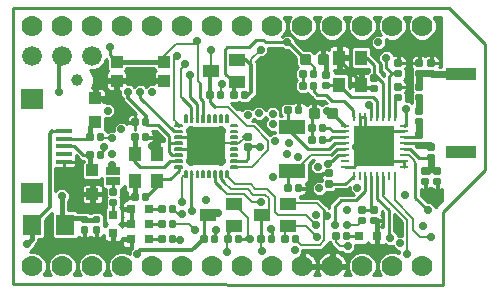
<source format=gtl>
G75*
G70*
%OFA0B0*%
%FSLAX24Y24*%
%IPPOS*%
%LPD*%
%AMOC8*
5,1,8,0,0,1.08239X$1,22.5*
%
%ADD10C,0.0100*%
%ADD11C,0.0125*%
%ADD12C,0.0394*%
%ADD13R,0.0394X0.0394*%
%ADD14R,0.0315X0.0112*%
%ADD15R,0.0112X0.0315*%
%ADD16R,0.1378X0.1378*%
%ADD17C,0.0088*%
%ADD18R,0.0866X0.0512*%
%ADD19R,0.1000X0.0400*%
%ADD20R,0.0413X0.0512*%
%ADD21R,0.0630X0.0710*%
%ADD22C,0.0059*%
%ADD23R,0.0551X0.0394*%
%ADD24R,0.0315X0.0315*%
%ADD25R,0.0500X0.0250*%
%ADD26C,0.0700*%
%ADD27C,0.0660*%
%ADD28R,0.0551X0.0138*%
%ADD29R,0.0748X0.0709*%
%ADD30OC8,0.0240*%
%ADD31C,0.0080*%
%ADD32OC8,0.0270*%
%ADD33C,0.0160*%
%ADD34OC8,0.0320*%
%ADD35C,0.0120*%
%ADD36C,0.0240*%
D10*
X001820Y001850D02*
X016150Y001840D01*
X016150Y004250D01*
X017550Y005650D01*
X017550Y009850D01*
X017530Y009870D02*
X016350Y011050D01*
X001820Y011060D01*
X001820Y001850D01*
X002828Y002149D02*
X002857Y002178D01*
X002930Y002355D01*
X002930Y002545D01*
X002857Y002722D01*
X002722Y002857D01*
X002545Y002930D01*
X002385Y002930D01*
X002535Y003080D01*
X002535Y003158D01*
X002640Y003263D01*
X002640Y003345D01*
X002799Y003345D01*
X002875Y003421D01*
X002875Y004006D01*
X003105Y004236D01*
X003105Y003421D01*
X003181Y003345D01*
X003919Y003345D01*
X003995Y003421D01*
X003995Y003425D01*
X003997Y003422D01*
X004045Y003394D01*
X004100Y003380D01*
X004177Y003380D01*
X004177Y003642D01*
X004203Y003642D01*
X004203Y003380D01*
X004280Y003380D01*
X004335Y003394D01*
X004383Y003422D01*
X004390Y003429D01*
X004397Y003422D01*
X004445Y003394D01*
X004500Y003380D01*
X004577Y003380D01*
X004577Y003642D01*
X004603Y003642D01*
X004603Y003380D01*
X004680Y003380D01*
X004735Y003394D01*
X004783Y003422D01*
X004823Y003462D01*
X004843Y003497D01*
X004843Y003377D01*
X004853Y003339D01*
X004872Y003305D01*
X004900Y003277D01*
X004935Y003257D01*
X004973Y003247D01*
X005121Y003247D01*
X005121Y003526D01*
X005179Y003526D01*
X005179Y003247D01*
X005327Y003247D01*
X005365Y003257D01*
X005400Y003277D01*
X005428Y003305D01*
X005447Y003339D01*
X005457Y003377D01*
X005457Y003379D01*
X005726Y003379D01*
X005726Y003321D01*
X005783Y003321D01*
X005783Y003043D01*
X005789Y003043D01*
X005700Y002954D01*
X005700Y002866D01*
X005545Y002930D01*
X005355Y002930D01*
X005178Y002857D01*
X005043Y002722D01*
X004970Y002545D01*
X004970Y002355D01*
X005043Y002178D01*
X005073Y002148D01*
X004827Y002148D01*
X004857Y002178D01*
X004930Y002355D01*
X004930Y002545D01*
X004857Y002722D01*
X004722Y002857D01*
X004545Y002930D01*
X004355Y002930D01*
X004178Y002857D01*
X004043Y002722D01*
X003970Y002545D01*
X003970Y002355D01*
X004043Y002178D01*
X004073Y002148D01*
X003827Y002149D01*
X003857Y002178D01*
X003930Y002355D01*
X003930Y002545D01*
X003857Y002722D01*
X003722Y002857D01*
X003545Y002930D01*
X003355Y002930D01*
X003178Y002857D01*
X003043Y002722D01*
X002970Y002545D01*
X002970Y002355D01*
X003043Y002178D01*
X003072Y002149D01*
X002828Y002149D01*
X002871Y002211D02*
X003029Y002211D01*
X002989Y002310D02*
X002911Y002310D01*
X002930Y002408D02*
X002970Y002408D01*
X002970Y002507D02*
X002930Y002507D01*
X002905Y002605D02*
X002995Y002605D01*
X003035Y002704D02*
X002865Y002704D01*
X002777Y002802D02*
X003123Y002802D01*
X003283Y002901D02*
X002617Y002901D01*
X002454Y002999D02*
X005745Y002999D01*
X005726Y003043D02*
X005726Y003321D01*
X005447Y003321D01*
X005447Y003173D01*
X005457Y003135D01*
X005477Y003100D01*
X005505Y003072D01*
X005539Y003053D01*
X005577Y003043D01*
X005726Y003043D01*
X005726Y003098D02*
X005783Y003098D01*
X005783Y003196D02*
X005726Y003196D01*
X005726Y003295D02*
X005783Y003295D01*
X005447Y003295D02*
X005417Y003295D01*
X005447Y003196D02*
X002573Y003196D01*
X002535Y003098D02*
X005480Y003098D01*
X005617Y002901D02*
X005700Y002901D01*
X005283Y002901D02*
X004617Y002901D01*
X004777Y002802D02*
X005123Y002802D01*
X005035Y002704D02*
X004865Y002704D01*
X004905Y002605D02*
X004995Y002605D01*
X004970Y002507D02*
X004930Y002507D01*
X004930Y002408D02*
X004970Y002408D01*
X004989Y002310D02*
X004911Y002310D01*
X004871Y002211D02*
X005029Y002211D01*
X004029Y002211D02*
X003871Y002211D01*
X003911Y002310D02*
X003989Y002310D01*
X003970Y002408D02*
X003930Y002408D01*
X003930Y002507D02*
X003970Y002507D01*
X003995Y002605D02*
X003905Y002605D01*
X003865Y002704D02*
X004035Y002704D01*
X004123Y002802D02*
X003777Y002802D01*
X003617Y002901D02*
X004283Y002901D01*
X004883Y003295D02*
X002640Y003295D01*
X002847Y003393D02*
X003133Y003393D01*
X003105Y003492D02*
X002875Y003492D01*
X002875Y003590D02*
X003105Y003590D01*
X003105Y003689D02*
X002875Y003689D01*
X002875Y003787D02*
X003105Y003787D01*
X003105Y003886D02*
X002875Y003886D01*
X002875Y003984D02*
X003105Y003984D01*
X003105Y004083D02*
X002951Y004083D01*
X003050Y004181D02*
X003105Y004181D01*
X003640Y004315D02*
X003640Y004625D01*
X003695Y004680D01*
X003695Y004900D01*
X003540Y005055D01*
X003320Y005055D01*
X003220Y004955D01*
X003220Y005719D01*
X003493Y005719D01*
X003493Y005938D01*
X003493Y005938D01*
X003493Y005719D01*
X003789Y005719D01*
X003827Y005730D01*
X003861Y005749D01*
X003889Y005777D01*
X003909Y005811D01*
X003919Y005850D01*
X003919Y005938D01*
X003493Y005938D01*
X003493Y005938D01*
X003919Y005938D01*
X003919Y006027D01*
X003909Y006065D01*
X003899Y006082D01*
X003899Y006147D01*
X003970Y006075D01*
X004075Y005970D01*
X004158Y005970D01*
X004165Y005963D01*
X004165Y005936D01*
X004123Y005894D01*
X004123Y005393D01*
X004199Y005317D01*
X004701Y005317D01*
X004770Y005386D01*
X004770Y005140D01*
X004767Y005145D01*
X004739Y005173D01*
X004705Y005193D01*
X004667Y005203D01*
X004498Y005203D01*
X004498Y004905D01*
X004402Y004905D01*
X004402Y005203D01*
X004233Y005203D01*
X004195Y005193D01*
X004161Y005173D01*
X004133Y005145D01*
X004113Y005111D01*
X004103Y005073D01*
X004103Y004905D01*
X004402Y004905D01*
X004402Y004808D01*
X004498Y004808D01*
X004498Y004509D01*
X004667Y004509D01*
X004705Y004520D01*
X004739Y004539D01*
X004767Y004567D01*
X004787Y004602D01*
X004797Y004640D01*
X004797Y004808D01*
X004498Y004808D01*
X004498Y004905D01*
X004797Y004905D01*
X004797Y005073D01*
X004794Y005085D01*
X004846Y005033D01*
X004895Y005033D01*
X004895Y004783D01*
X004928Y004750D01*
X004895Y004717D01*
X004895Y004433D01*
X004917Y004411D01*
X004863Y004357D01*
X004863Y003934D01*
X004939Y003858D01*
X004956Y003858D01*
X004935Y003852D01*
X004900Y003832D01*
X004872Y003804D01*
X004857Y003777D01*
X004851Y003800D01*
X004825Y003843D01*
X004845Y003863D01*
X004845Y004147D01*
X004732Y004260D01*
X004448Y004260D01*
X004403Y004215D01*
X004377Y004215D01*
X004332Y004260D01*
X003974Y004260D01*
X003919Y004315D01*
X003640Y004315D01*
X003640Y004378D02*
X004884Y004378D01*
X004895Y004477D02*
X003640Y004477D01*
X003640Y004575D02*
X004129Y004575D01*
X004133Y004567D02*
X004161Y004539D01*
X004195Y004520D01*
X004233Y004509D01*
X004402Y004509D01*
X004402Y004808D01*
X004103Y004808D01*
X004103Y004640D01*
X004113Y004602D01*
X004133Y004567D01*
X004103Y004674D02*
X003688Y004674D01*
X003695Y004772D02*
X004103Y004772D01*
X004103Y004969D02*
X003626Y004969D01*
X003695Y004871D02*
X004402Y004871D01*
X004498Y004871D02*
X004895Y004871D01*
X004895Y004969D02*
X004797Y004969D01*
X004797Y005068D02*
X004811Y005068D01*
X004770Y005166D02*
X004746Y005166D01*
X004770Y005265D02*
X003220Y005265D01*
X003220Y005363D02*
X004153Y005363D01*
X004123Y005462D02*
X003220Y005462D01*
X003220Y005560D02*
X004123Y005560D01*
X004123Y005659D02*
X003220Y005659D01*
X003493Y005757D02*
X003493Y005757D01*
X003493Y005856D02*
X003493Y005856D01*
X003869Y005757D02*
X004123Y005757D01*
X004123Y005856D02*
X003919Y005856D01*
X003919Y005954D02*
X004165Y005954D01*
X004150Y006150D02*
X004375Y006150D01*
X004150Y006150D02*
X003850Y006450D01*
X003493Y006450D01*
X003493Y006706D02*
X004331Y006706D01*
X004375Y006750D01*
X004872Y007000D02*
X004964Y006908D01*
X005016Y006960D01*
X005160Y006960D01*
X005160Y007114D01*
X005306Y007260D01*
X005514Y007260D01*
X005600Y007174D01*
X005600Y007237D01*
X005862Y007237D01*
X005862Y007263D01*
X005862Y007525D01*
X005785Y007525D01*
X005730Y007511D01*
X005682Y007483D01*
X005642Y007443D01*
X005614Y007395D01*
X005600Y007340D01*
X005600Y007263D01*
X005862Y007263D01*
X005888Y007263D01*
X005888Y007525D01*
X005906Y007525D01*
X005571Y007860D01*
X005460Y007971D01*
X005460Y008065D01*
X005385Y008140D01*
X005385Y008288D01*
X005311Y008288D01*
X005311Y008587D01*
X005311Y008683D01*
X005609Y008683D01*
X005609Y008852D01*
X005599Y008890D01*
X005579Y008924D01*
X005552Y008952D01*
X005536Y008961D01*
X005589Y009014D01*
X005589Y009055D01*
X006511Y009055D01*
X006511Y009014D01*
X006564Y008961D01*
X006548Y008952D01*
X006521Y008924D01*
X006501Y008890D01*
X006491Y008852D01*
X006491Y008683D01*
X006789Y008683D01*
X006789Y008587D01*
X006491Y008587D01*
X006491Y008515D01*
X005609Y008515D01*
X005609Y008587D01*
X005311Y008587D01*
X005214Y008587D01*
X004916Y008587D01*
X004916Y008418D01*
X004926Y008380D01*
X004946Y008346D01*
X004974Y008318D01*
X004875Y008318D01*
X004867Y008333D02*
X004839Y008361D01*
X004805Y008380D01*
X004767Y008391D01*
X004598Y008391D01*
X004598Y008092D01*
X004502Y008092D01*
X004502Y008391D01*
X004436Y008391D01*
X004452Y008412D01*
X004453Y008413D01*
X004454Y008415D01*
X004455Y008417D01*
X004454Y008418D01*
X004466Y008462D01*
X004485Y008503D01*
X004487Y008504D01*
X004487Y008506D01*
X004488Y008508D01*
X004487Y008510D01*
X004491Y008555D01*
X004503Y008598D01*
X004504Y008600D01*
X004504Y008602D01*
X004504Y008604D01*
X004503Y008605D01*
X004499Y008650D01*
X004503Y008695D01*
X004504Y008696D01*
X004504Y008698D01*
X004504Y008700D01*
X004503Y008702D01*
X004491Y008745D01*
X004487Y008790D01*
X004488Y008792D01*
X004487Y008794D01*
X004487Y008796D01*
X004485Y008797D01*
X004466Y008838D01*
X004454Y008882D01*
X004455Y008883D01*
X004454Y008885D01*
X004453Y008887D01*
X004452Y008888D01*
X004426Y008925D01*
X004407Y008966D01*
X004407Y008967D01*
X004405Y008969D01*
X004404Y008971D01*
X004403Y008971D01*
X004384Y008990D01*
X004541Y008990D01*
X004711Y009060D01*
X004840Y009189D01*
X004910Y009358D01*
X004910Y009363D01*
X004936Y009337D01*
X004936Y009014D01*
X004989Y008961D01*
X004974Y008952D01*
X004946Y008924D01*
X004926Y008890D01*
X004916Y008852D01*
X004916Y008683D01*
X005214Y008683D01*
X005214Y008587D01*
X005214Y008288D01*
X005046Y008288D01*
X005008Y008298D01*
X004974Y008318D01*
X004887Y008298D02*
X004867Y008333D01*
X004887Y008298D02*
X004897Y008260D01*
X004897Y008092D01*
X004598Y008092D01*
X004598Y007995D01*
X004897Y007995D01*
X004897Y007880D01*
X005064Y007880D01*
X005210Y007734D01*
X005210Y007526D01*
X005064Y007380D01*
X004877Y007380D01*
X004877Y007006D01*
X004872Y007000D01*
X004877Y007038D02*
X005160Y007038D01*
X005182Y007136D02*
X004877Y007136D01*
X004877Y007235D02*
X005281Y007235D01*
X005115Y007432D02*
X005636Y007432D01*
X005600Y007333D02*
X004877Y007333D01*
X005210Y007530D02*
X005901Y007530D01*
X005888Y007432D02*
X005862Y007432D01*
X005862Y007333D02*
X005888Y007333D01*
X005888Y007237D02*
X005888Y007005D01*
X005862Y007005D01*
X005862Y007237D01*
X005888Y007237D01*
X005888Y007235D02*
X005862Y007235D01*
X005862Y007136D02*
X005888Y007136D01*
X005888Y007038D02*
X005862Y007038D01*
X005600Y007235D02*
X005539Y007235D01*
X005803Y007629D02*
X005210Y007629D01*
X005210Y007727D02*
X005704Y007727D01*
X005606Y007826D02*
X005118Y007826D01*
X004897Y007924D02*
X005507Y007924D01*
X005460Y008023D02*
X004598Y008023D01*
X004598Y008121D02*
X004502Y008121D01*
X004502Y008220D02*
X004598Y008220D01*
X004598Y008318D02*
X004502Y008318D01*
X004455Y008417D02*
X004916Y008417D01*
X004916Y008515D02*
X004487Y008515D01*
X004502Y008614D02*
X005214Y008614D01*
X005311Y008614D02*
X006789Y008614D01*
X006491Y008712D02*
X005609Y008712D01*
X005609Y008811D02*
X006491Y008811D01*
X006512Y008909D02*
X005588Y008909D01*
X005583Y009008D02*
X006517Y009008D01*
X006491Y008515D02*
X006340Y008515D01*
X006250Y008425D01*
X006160Y008515D01*
X005940Y008515D01*
X005850Y008425D01*
X005760Y008515D01*
X005609Y008515D01*
X005311Y008515D02*
X005214Y008515D01*
X005214Y008417D02*
X005311Y008417D01*
X005311Y008318D02*
X005214Y008318D01*
X005385Y008220D02*
X004897Y008220D01*
X004897Y008121D02*
X005404Y008121D01*
X006050Y008050D02*
X006050Y008250D01*
X006050Y008050D02*
X007158Y006942D01*
X007325Y006942D01*
X007325Y006745D02*
X007955Y006745D01*
X008250Y006450D01*
X008348Y006548D01*
X008250Y006450D02*
X008152Y006352D01*
X007325Y006352D01*
X007325Y006548D02*
X007252Y006548D01*
X007250Y006550D01*
X007010Y006550D01*
X007010Y006790D01*
X006650Y007150D01*
X006250Y007150D01*
X006250Y007250D01*
X006225Y007250D02*
X006250Y007150D01*
X006431Y006970D02*
X006575Y006970D01*
X006830Y006715D01*
X006830Y006609D01*
X006664Y006609D01*
X006664Y006253D01*
X006564Y006253D01*
X006564Y006609D01*
X006486Y006609D01*
X006500Y006660D01*
X006500Y006737D01*
X006238Y006737D01*
X006238Y006763D01*
X006500Y006763D01*
X006500Y006840D01*
X006486Y006895D01*
X006458Y006943D01*
X006431Y006970D01*
X006460Y006939D02*
X006606Y006939D01*
X006705Y006841D02*
X006500Y006841D01*
X006238Y006742D02*
X006803Y006742D01*
X006830Y006644D02*
X006496Y006644D01*
X006564Y006545D02*
X006664Y006545D01*
X006664Y006447D02*
X006564Y006447D01*
X006564Y006348D02*
X006664Y006348D01*
X007010Y006260D02*
X007115Y006155D01*
X007325Y006155D01*
X007325Y005958D02*
X007317Y005950D01*
X007050Y005950D01*
X006850Y005750D01*
X006050Y005750D01*
X005850Y005950D01*
X005850Y006167D01*
X005886Y006203D01*
X005886Y006404D01*
X005150Y005790D02*
X005100Y005840D01*
X005150Y005790D02*
X005150Y005608D01*
X004770Y005363D02*
X004747Y005363D01*
X004498Y005166D02*
X004402Y005166D01*
X004402Y005068D02*
X004498Y005068D01*
X004498Y004969D02*
X004402Y004969D01*
X004402Y004772D02*
X004498Y004772D01*
X004498Y004674D02*
X004402Y004674D01*
X004402Y004575D02*
X004498Y004575D01*
X004771Y004575D02*
X004895Y004575D01*
X004895Y004674D02*
X004797Y004674D01*
X004797Y004772D02*
X004906Y004772D01*
X005150Y004575D02*
X005150Y004145D01*
X004863Y004181D02*
X004811Y004181D01*
X004845Y004083D02*
X004863Y004083D01*
X004863Y003984D02*
X004845Y003984D01*
X004845Y003886D02*
X004911Y003886D01*
X004863Y003787D02*
X004854Y003787D01*
X004840Y003492D02*
X004843Y003492D01*
X004843Y003393D02*
X004729Y003393D01*
X004603Y003393D02*
X004577Y003393D01*
X004577Y003492D02*
X004603Y003492D01*
X004603Y003590D02*
X004577Y003590D01*
X004451Y003393D02*
X004329Y003393D01*
X004203Y003393D02*
X004177Y003393D01*
X004177Y003492D02*
X004203Y003492D01*
X004203Y003590D02*
X004177Y003590D01*
X004051Y003393D02*
X003967Y003393D01*
X005121Y003393D02*
X005179Y003393D01*
X005179Y003295D02*
X005121Y003295D01*
X005121Y003492D02*
X005179Y003492D01*
X005447Y003770D02*
X005428Y003804D01*
X005400Y003832D01*
X005365Y003852D01*
X005344Y003858D01*
X005361Y003858D01*
X005437Y003934D01*
X005437Y004357D01*
X005383Y004411D01*
X005405Y004433D01*
X005405Y004717D01*
X005372Y004750D01*
X005405Y004783D01*
X005405Y005033D01*
X005454Y005033D01*
X005529Y005108D01*
X005529Y005022D01*
X005539Y004983D01*
X005559Y004949D01*
X005587Y004921D01*
X005619Y004903D01*
X005614Y004895D01*
X005600Y004840D01*
X005600Y004763D01*
X005862Y004763D01*
X005862Y004737D01*
X005600Y004737D01*
X005600Y004660D01*
X005601Y004657D01*
X005577Y004657D01*
X005539Y004647D01*
X005505Y004628D01*
X005477Y004600D01*
X005457Y004565D01*
X005447Y004527D01*
X005447Y004379D01*
X005726Y004379D01*
X005726Y004321D01*
X005783Y004321D01*
X005783Y004043D01*
X005783Y003879D01*
X005726Y003879D01*
X005726Y004321D01*
X005447Y004321D01*
X005447Y004173D01*
X005457Y004135D01*
X005477Y004100D01*
X005457Y004065D01*
X005447Y004027D01*
X005447Y003879D01*
X005726Y003879D01*
X005726Y003821D01*
X005447Y003821D01*
X005447Y003770D01*
X005447Y003787D02*
X005437Y003787D01*
X005447Y003886D02*
X005389Y003886D01*
X005437Y003984D02*
X005447Y003984D01*
X005437Y004083D02*
X005467Y004083D01*
X005477Y004100D02*
X005478Y004100D01*
X005477Y004100D01*
X005447Y004181D02*
X005437Y004181D01*
X005437Y004280D02*
X005447Y004280D01*
X005416Y004378D02*
X005726Y004378D01*
X005726Y004280D02*
X005783Y004280D01*
X005783Y004181D02*
X005726Y004181D01*
X005726Y004083D02*
X005783Y004083D01*
X005783Y003984D02*
X005726Y003984D01*
X005726Y003886D02*
X005783Y003886D01*
X006345Y003850D02*
X006775Y003850D01*
X006775Y003350D02*
X006345Y003350D01*
X007125Y003350D02*
X007390Y003330D01*
X008160Y003360D02*
X008170Y003350D01*
X008175Y003350D01*
X008175Y004008D01*
X007790Y004290D02*
X007750Y004330D01*
X007750Y005525D01*
X007758Y005525D01*
X007325Y005625D02*
X007325Y005761D01*
X007325Y005625D02*
X007050Y005350D01*
X006667Y005350D01*
X006614Y005297D01*
X006614Y005139D01*
X006225Y004750D01*
X006345Y004350D02*
X006775Y004350D01*
X005600Y004674D02*
X005405Y004674D01*
X005394Y004772D02*
X005600Y004772D01*
X005608Y004871D02*
X005405Y004871D01*
X005405Y004969D02*
X005548Y004969D01*
X005529Y005068D02*
X005489Y005068D01*
X005150Y004925D02*
X005150Y005288D01*
X005405Y004575D02*
X005463Y004575D01*
X005447Y004477D02*
X005405Y004477D01*
X004863Y004280D02*
X003954Y004280D01*
X003234Y004969D02*
X003220Y004969D01*
X003220Y005068D02*
X004103Y005068D01*
X004154Y005166D02*
X003220Y005166D01*
X003912Y006053D02*
X003993Y006053D01*
X003481Y006950D02*
X003110Y006950D01*
X003481Y006950D02*
X003493Y006962D01*
X004933Y006939D02*
X004995Y006939D01*
X007010Y006550D02*
X007010Y006260D01*
X007325Y007139D02*
X007250Y007214D01*
X007750Y007383D02*
X007750Y007750D01*
X007450Y008050D01*
X007700Y008100D02*
X007700Y008820D01*
X008050Y008550D02*
X008050Y008050D01*
X008152Y007948D01*
X008152Y007375D01*
X007955Y007375D02*
X007955Y007845D01*
X007700Y008100D01*
X008375Y008150D02*
X008375Y007925D01*
X008550Y007750D01*
X009075Y007895D02*
X009150Y007820D01*
X009290Y007680D01*
X009404Y007680D01*
X009440Y007644D01*
X009526Y007730D01*
X009734Y007730D01*
X009780Y007684D01*
X009896Y007800D01*
X010104Y007800D01*
X010235Y007669D01*
X010356Y007790D01*
X010564Y007790D01*
X010710Y007644D01*
X010710Y007464D01*
X010764Y007464D01*
X010720Y007508D01*
X010720Y007792D01*
X010833Y007905D01*
X011117Y007905D01*
X011137Y007885D01*
X011180Y007911D01*
X011235Y007925D01*
X011312Y007925D01*
X011312Y007663D01*
X011338Y007663D01*
X011338Y007925D01*
X011415Y007925D01*
X011470Y007911D01*
X011518Y007883D01*
X011558Y007843D01*
X011575Y007812D01*
X011600Y007836D01*
X011644Y007862D01*
X011693Y007875D01*
X011812Y007875D01*
X011812Y007588D01*
X011888Y007588D01*
X011888Y007875D01*
X012007Y007875D01*
X012056Y007862D01*
X012100Y007836D01*
X012111Y007825D01*
X012166Y007880D01*
X012265Y007880D01*
X012175Y007970D01*
X011875Y007970D01*
X011770Y008075D01*
X011645Y008200D01*
X011645Y008223D01*
X011617Y008195D01*
X011333Y008195D01*
X011220Y008308D01*
X011220Y008592D01*
X011278Y008650D01*
X011220Y008708D01*
X011220Y008992D01*
X011310Y009082D01*
X011245Y009147D01*
X011245Y009400D01*
X010985Y009660D01*
X010846Y009660D01*
X010776Y009730D01*
X010320Y009730D01*
X010320Y009566D01*
X010174Y009420D01*
X010060Y009420D01*
X009920Y009280D01*
X009920Y009249D01*
X009940Y009229D01*
X009940Y008171D01*
X009829Y008060D01*
X009780Y008011D01*
X009780Y008008D01*
X009667Y007895D01*
X009383Y007895D01*
X009350Y007928D01*
X009317Y007895D01*
X009075Y007895D01*
X009145Y007826D02*
X010753Y007826D01*
X010720Y007727D02*
X010627Y007727D01*
X010710Y007629D02*
X010720Y007629D01*
X010710Y007530D02*
X010720Y007530D01*
X010975Y007650D02*
X010975Y007153D01*
X011120Y007078D01*
X011050Y006950D01*
X011650Y006350D01*
X012350Y006350D01*
X012548Y006548D01*
X012866Y006548D01*
X012866Y006352D02*
X012602Y006352D01*
X012400Y006150D01*
X012350Y005950D02*
X012310Y005870D01*
X012350Y005950D02*
X012450Y005950D01*
X012655Y006155D01*
X012866Y006155D01*
X013153Y006400D02*
X013800Y006400D01*
X013800Y006500D01*
X013153Y006500D01*
X013153Y006400D01*
X013153Y006447D02*
X013800Y006447D01*
X013850Y006450D02*
X013650Y006450D01*
X013250Y006050D01*
X013250Y005850D01*
X013161Y005761D01*
X012866Y005761D01*
X013161Y005466D02*
X012890Y005195D01*
X012350Y005195D01*
X012095Y005300D02*
X011916Y005300D01*
X011770Y005154D01*
X011770Y004946D01*
X011916Y004800D01*
X012124Y004800D01*
X012264Y004940D01*
X012492Y004940D01*
X012567Y005015D01*
X012965Y005015D01*
X013030Y005080D01*
X013030Y004966D01*
X013166Y004830D01*
X012675Y004830D01*
X012455Y004610D01*
X012350Y004505D01*
X012350Y004405D01*
X012265Y004490D01*
X012250Y004490D01*
X012120Y004620D01*
X012120Y004620D01*
X012020Y004720D01*
X011389Y004720D01*
X011389Y004775D01*
X011388Y004775D01*
X011415Y004775D01*
X011470Y004789D01*
X011518Y004817D01*
X011558Y004857D01*
X011586Y004905D01*
X011600Y004960D01*
X011600Y005037D01*
X011338Y005037D01*
X011338Y005063D01*
X011600Y005063D01*
X011600Y005140D01*
X011586Y005195D01*
X011562Y005236D01*
X011607Y005236D01*
X011683Y005312D01*
X011683Y005843D01*
X011820Y005980D01*
X011836Y005980D01*
X011720Y005864D01*
X011720Y005656D01*
X011866Y005510D01*
X012074Y005510D01*
X012075Y005511D01*
X012075Y005455D01*
X012089Y005400D01*
X012115Y005357D01*
X012095Y005337D01*
X012095Y005300D01*
X012111Y005363D02*
X011683Y005363D01*
X011683Y005462D02*
X012075Y005462D01*
X012096Y005532D02*
X012121Y005558D01*
X012337Y005558D01*
X012337Y005532D01*
X012096Y005532D01*
X011816Y005560D02*
X011683Y005560D01*
X011683Y005659D02*
X011720Y005659D01*
X011720Y005757D02*
X011683Y005757D01*
X011696Y005856D02*
X011720Y005856D01*
X011794Y005954D02*
X011810Y005954D01*
X011120Y005622D02*
X010975Y005547D01*
X010975Y005050D01*
X011565Y004871D02*
X011846Y004871D01*
X011770Y004969D02*
X011600Y004969D01*
X011600Y005068D02*
X011770Y005068D01*
X011782Y005166D02*
X011593Y005166D01*
X011636Y005265D02*
X011881Y005265D01*
X012194Y004871D02*
X013126Y004871D01*
X013030Y004969D02*
X012521Y004969D01*
X012617Y004772D02*
X011389Y004772D01*
X012067Y004674D02*
X012519Y004674D01*
X012420Y004575D02*
X012165Y004575D01*
X012278Y004477D02*
X012350Y004477D01*
X012530Y004430D02*
X012530Y003840D01*
X012260Y004110D02*
X012190Y004180D01*
X012190Y004310D01*
X012530Y004430D02*
X012750Y004650D01*
X013250Y004650D01*
X013555Y004955D01*
X013555Y005466D01*
X013752Y005466D02*
X013752Y005152D01*
X013752Y004423D01*
X013850Y004325D01*
X013450Y004325D01*
X013863Y003988D02*
X014125Y003988D01*
X014125Y004065D01*
X014111Y004120D01*
X014085Y004163D01*
X014105Y004183D01*
X014105Y004290D01*
X014150Y004245D01*
X014150Y003750D01*
X014123Y003757D01*
X014058Y003757D01*
X014083Y003782D01*
X014111Y003830D01*
X014125Y003885D01*
X014125Y003962D01*
X013863Y003962D01*
X013863Y003988D01*
X013863Y003984D02*
X014150Y003984D01*
X014150Y003886D02*
X014125Y003886D01*
X014150Y003787D02*
X014085Y003787D01*
X014120Y004083D02*
X014150Y004083D01*
X014150Y004181D02*
X014103Y004181D01*
X014105Y004280D02*
X014116Y004280D01*
X014330Y004320D02*
X014330Y003440D01*
X014370Y003400D01*
X014555Y003590D02*
X014780Y003590D01*
X014780Y003492D02*
X014635Y003492D01*
X014635Y003510D02*
X014510Y003635D01*
X014510Y004190D01*
X014780Y003920D01*
X014780Y003470D01*
X014635Y003470D01*
X014635Y003510D01*
X014510Y003689D02*
X014780Y003689D01*
X014780Y003787D02*
X014510Y003787D01*
X014510Y003886D02*
X014780Y003886D01*
X014716Y003984D02*
X014510Y003984D01*
X014510Y004083D02*
X014617Y004083D01*
X014519Y004181D02*
X014510Y004181D01*
X014330Y004320D02*
X013948Y004702D01*
X013948Y005466D01*
X014145Y005466D02*
X014145Y004855D01*
X014150Y004850D01*
X013752Y005152D02*
X013750Y005150D01*
X013030Y005068D02*
X013017Y005068D01*
X014342Y005958D02*
X013850Y006450D01*
X014342Y006942D01*
X014834Y006942D01*
X014834Y006745D02*
X015270Y006745D01*
X015350Y006825D01*
X015277Y006548D02*
X014834Y006548D01*
X014834Y006352D02*
X015048Y006352D01*
X015350Y006050D01*
X015725Y006050D01*
X015750Y006075D01*
X015220Y005900D02*
X015220Y004730D01*
X015640Y004310D01*
X015848Y004477D02*
X015952Y004477D01*
X015900Y004425D02*
X015750Y004575D01*
X015630Y004575D01*
X015400Y004805D01*
X015400Y005018D01*
X015405Y005014D01*
X015460Y005000D01*
X015537Y005000D01*
X015537Y005262D01*
X015563Y005262D01*
X015563Y005000D01*
X015640Y005000D01*
X015695Y005014D01*
X015743Y005042D01*
X015750Y005049D01*
X015757Y005042D01*
X015805Y005014D01*
X015860Y005000D01*
X015937Y005000D01*
X015937Y005262D01*
X015963Y005262D01*
X015963Y005000D01*
X016040Y005000D01*
X016095Y005014D01*
X016113Y005025D01*
X016117Y004641D01*
X015900Y004425D01*
X016051Y004575D02*
X015630Y004575D01*
X015531Y004674D02*
X016117Y004674D01*
X016116Y004772D02*
X015433Y004772D01*
X015400Y004871D02*
X016115Y004871D01*
X016114Y004969D02*
X015400Y004969D01*
X015537Y005068D02*
X015563Y005068D01*
X015563Y005166D02*
X015537Y005166D01*
X015937Y005166D02*
X015963Y005166D01*
X015963Y005068D02*
X015937Y005068D01*
X015950Y005625D02*
X015875Y005625D01*
X015625Y005625D02*
X015550Y005625D01*
X014834Y005761D02*
X014834Y005958D01*
X014342Y005958D01*
X013850Y006450D02*
X013550Y006750D01*
X013350Y006750D01*
X013358Y006742D01*
X013650Y006450D01*
X013550Y006750D02*
X013550Y006850D01*
X013555Y006855D01*
X013555Y007434D01*
X013358Y007434D01*
X013358Y006742D01*
X012866Y006745D02*
X012445Y006745D01*
X012350Y006650D01*
X012125Y006650D01*
X011775Y006650D02*
X011775Y007475D01*
X011850Y007550D01*
X011812Y007629D02*
X011888Y007629D01*
X011888Y007727D02*
X011812Y007727D01*
X011812Y007826D02*
X011888Y007826D01*
X012111Y007826D02*
X012112Y007826D01*
X012221Y007924D02*
X011419Y007924D01*
X011338Y007924D02*
X011312Y007924D01*
X011231Y007924D02*
X009696Y007924D01*
X009791Y008023D02*
X011823Y008023D01*
X011724Y008121D02*
X009890Y008121D01*
X009940Y008220D02*
X011308Y008220D01*
X011220Y008318D02*
X009940Y008318D01*
X009940Y008417D02*
X011220Y008417D01*
X011220Y008515D02*
X009940Y008515D01*
X009940Y008614D02*
X011241Y008614D01*
X011220Y008712D02*
X009940Y008712D01*
X009940Y008811D02*
X011220Y008811D01*
X011220Y008909D02*
X009940Y008909D01*
X009940Y009008D02*
X011235Y009008D01*
X011286Y009106D02*
X009940Y009106D01*
X009940Y009205D02*
X011245Y009205D01*
X011245Y009303D02*
X009943Y009303D01*
X010042Y009402D02*
X011244Y009402D01*
X011145Y009500D02*
X010254Y009500D01*
X010320Y009599D02*
X011047Y009599D01*
X010809Y009697D02*
X010320Y009697D01*
X010230Y009910D02*
X010950Y009910D01*
X010990Y009910D01*
X011550Y009350D01*
X011500Y009655D02*
X011200Y009955D01*
X011200Y010014D01*
X011054Y010160D01*
X010846Y010160D01*
X010776Y010090D01*
X010769Y010090D01*
X010857Y010178D01*
X010930Y010355D01*
X010930Y010545D01*
X010857Y010722D01*
X010825Y010754D01*
X011075Y010754D01*
X011043Y010722D01*
X010970Y010545D01*
X010970Y010355D01*
X011043Y010178D01*
X011178Y010043D01*
X011355Y009970D01*
X011545Y009970D01*
X011722Y010043D01*
X011857Y010178D01*
X011930Y010355D01*
X011930Y010545D01*
X011857Y010722D01*
X011826Y010753D01*
X012074Y010753D01*
X012043Y010722D01*
X011970Y010545D01*
X011970Y010355D01*
X012043Y010178D01*
X012178Y010043D01*
X012355Y009970D01*
X012545Y009970D01*
X012722Y010043D01*
X012857Y010178D01*
X012930Y010355D01*
X012930Y010545D01*
X012857Y010722D01*
X012826Y010752D01*
X013073Y010752D01*
X013043Y010722D01*
X012970Y010545D01*
X012970Y010355D01*
X013043Y010178D01*
X013178Y010043D01*
X013355Y009970D01*
X013545Y009970D01*
X013722Y010043D01*
X013857Y010178D01*
X013930Y010355D01*
X013930Y010545D01*
X013857Y010722D01*
X013827Y010752D01*
X014073Y010752D01*
X014043Y010722D01*
X013970Y010545D01*
X013970Y010355D01*
X014043Y010178D01*
X014061Y010160D01*
X013886Y010160D01*
X013740Y010014D01*
X013740Y009806D01*
X013886Y009660D01*
X014094Y009660D01*
X014240Y009806D01*
X014240Y010014D01*
X014233Y010020D01*
X014355Y009970D01*
X014545Y009970D01*
X014722Y010043D01*
X014857Y010178D01*
X014930Y010355D01*
X014930Y010545D01*
X014857Y010722D01*
X014828Y010751D01*
X015072Y010751D01*
X015043Y010722D01*
X014970Y010545D01*
X014970Y010355D01*
X015043Y010178D01*
X015178Y010043D01*
X015355Y009970D01*
X015545Y009970D01*
X015722Y010043D01*
X015857Y010178D01*
X015930Y010355D01*
X015930Y010545D01*
X015857Y010722D01*
X015828Y010750D01*
X016059Y010750D01*
X016075Y009100D01*
X016016Y009100D01*
X016025Y009135D01*
X016025Y009212D01*
X015763Y009212D01*
X015763Y009238D01*
X015737Y009238D01*
X015737Y009500D01*
X015660Y009500D01*
X015605Y009486D01*
X015557Y009458D01*
X015550Y009451D01*
X015543Y009458D01*
X015495Y009486D01*
X015440Y009500D01*
X015363Y009500D01*
X015363Y009238D01*
X015337Y009238D01*
X015337Y009500D01*
X015260Y009500D01*
X015205Y009486D01*
X015157Y009458D01*
X015117Y009418D01*
X015089Y009370D01*
X015075Y009315D01*
X015075Y009238D01*
X015337Y009238D01*
X015337Y009212D01*
X015075Y009212D01*
X015075Y009135D01*
X015089Y009080D01*
X015115Y009037D01*
X015095Y009017D01*
X015095Y008733D01*
X015100Y008728D01*
X015100Y008572D01*
X015095Y008567D01*
X015095Y008283D01*
X015128Y008250D01*
X015095Y008217D01*
X015095Y007933D01*
X015100Y007928D01*
X015100Y007875D01*
X015020Y007955D01*
X014905Y007955D01*
X014905Y008217D01*
X014885Y008237D01*
X014911Y008280D01*
X014925Y008335D01*
X014925Y008412D01*
X014663Y008412D01*
X014663Y008438D01*
X014925Y008438D01*
X014925Y008515D01*
X015095Y008515D01*
X015095Y008417D02*
X014663Y008417D01*
X014921Y008318D02*
X015095Y008318D01*
X015097Y008220D02*
X014903Y008220D01*
X014905Y008121D02*
X015095Y008121D01*
X015095Y008023D02*
X014905Y008023D01*
X015051Y007924D02*
X015100Y007924D01*
X014910Y007690D02*
X014910Y007215D01*
X014834Y007139D01*
X014539Y007434D02*
X014550Y007445D01*
X014550Y007975D01*
X014650Y008075D01*
X014925Y008515D02*
X014911Y008570D01*
X014883Y008618D01*
X014843Y008658D01*
X014835Y008662D01*
X014905Y008733D01*
X014905Y009017D01*
X014885Y009037D01*
X014911Y009080D01*
X014925Y009135D01*
X014925Y009212D01*
X014663Y009212D01*
X014663Y009238D01*
X014637Y009238D01*
X014637Y009500D01*
X014560Y009500D01*
X014515Y009488D01*
X014515Y009500D01*
X014360Y009655D01*
X014140Y009655D01*
X013985Y009500D01*
X013985Y009280D01*
X014070Y009195D01*
X014070Y008975D01*
X014175Y008870D01*
X014183Y008862D01*
X014162Y008842D01*
X014162Y008792D01*
X014130Y008825D01*
X014105Y008850D01*
X014105Y008867D01*
X014030Y008942D01*
X014030Y009225D01*
X013925Y009330D01*
X013751Y009504D01*
X013751Y009713D01*
X013675Y009789D01*
X013154Y009789D01*
X013077Y009713D01*
X013077Y009093D01*
X013154Y009017D01*
X013670Y009017D01*
X013670Y008942D01*
X013631Y008903D01*
X013464Y008903D01*
X013464Y008547D01*
X013364Y008547D01*
X013364Y008447D01*
X013057Y008447D01*
X013057Y008380D01*
X013023Y008415D01*
X013023Y008807D01*
X012946Y008883D01*
X012525Y008883D01*
X012525Y008915D01*
X012511Y008970D01*
X012495Y008997D01*
X012636Y008997D01*
X012636Y009353D01*
X012736Y009353D01*
X012736Y009453D01*
X012636Y009453D01*
X012636Y009809D01*
X012459Y009809D01*
X012421Y009798D01*
X012387Y009779D01*
X012359Y009751D01*
X012339Y009717D01*
X012329Y009678D01*
X012329Y009669D01*
X012307Y009675D01*
X012188Y009675D01*
X012188Y009388D01*
X012112Y009388D01*
X012112Y009675D01*
X011993Y009675D01*
X011944Y009662D01*
X011900Y009636D01*
X011864Y009600D01*
X011843Y009565D01*
X011753Y009655D01*
X011500Y009655D01*
X011458Y009697D02*
X012334Y009697D01*
X012416Y009796D02*
X011359Y009796D01*
X011261Y009894D02*
X013740Y009894D01*
X013740Y009993D02*
X013600Y009993D01*
X013770Y010091D02*
X013817Y010091D01*
X013862Y010190D02*
X014038Y010190D01*
X013998Y010288D02*
X013902Y010288D01*
X013930Y010387D02*
X013970Y010387D01*
X013970Y010485D02*
X013930Y010485D01*
X013914Y010584D02*
X013986Y010584D01*
X014027Y010682D02*
X013873Y010682D01*
X013027Y010682D02*
X012873Y010682D01*
X012914Y010584D02*
X012986Y010584D01*
X012970Y010485D02*
X012930Y010485D01*
X012930Y010387D02*
X012970Y010387D01*
X012998Y010288D02*
X012902Y010288D01*
X012862Y010190D02*
X013038Y010190D01*
X013130Y010091D02*
X012770Y010091D01*
X012600Y009993D02*
X013300Y009993D01*
X013077Y009697D02*
X013038Y009697D01*
X013043Y009678D02*
X013032Y009717D01*
X013013Y009751D01*
X012985Y009779D01*
X012950Y009798D01*
X012912Y009809D01*
X012736Y009809D01*
X012736Y009453D01*
X013043Y009453D01*
X013043Y009678D01*
X013043Y009599D02*
X013077Y009599D01*
X013077Y009500D02*
X013043Y009500D01*
X013077Y009402D02*
X012736Y009402D01*
X012736Y009353D02*
X013043Y009353D01*
X013043Y009127D01*
X013032Y009089D01*
X013013Y009055D01*
X012985Y009027D01*
X012950Y009007D01*
X012912Y008997D01*
X012736Y008997D01*
X012736Y009353D01*
X012736Y009303D02*
X012636Y009303D01*
X012686Y009314D02*
X013350Y008650D01*
X013350Y008561D01*
X013414Y008497D01*
X013536Y008375D01*
X013364Y008515D02*
X013023Y008515D01*
X013057Y008547D02*
X013364Y008547D01*
X013364Y008903D01*
X013188Y008903D01*
X013150Y008893D01*
X013115Y008873D01*
X013087Y008845D01*
X013068Y008811D01*
X013057Y008773D01*
X013057Y008547D01*
X013057Y008614D02*
X013023Y008614D01*
X013023Y008712D02*
X013057Y008712D01*
X013068Y008811D02*
X013019Y008811D01*
X012951Y009008D02*
X013670Y009008D01*
X013637Y008909D02*
X012525Y008909D01*
X012636Y009008D02*
X012736Y009008D01*
X012736Y009106D02*
X012636Y009106D01*
X012636Y009205D02*
X012736Y009205D01*
X012686Y009314D02*
X012686Y009403D01*
X012636Y009500D02*
X012736Y009500D01*
X012736Y009599D02*
X012636Y009599D01*
X012636Y009697D02*
X012736Y009697D01*
X012736Y009796D02*
X012636Y009796D01*
X012955Y009796D02*
X013751Y009796D01*
X013751Y009697D02*
X013849Y009697D01*
X013751Y009599D02*
X014084Y009599D01*
X014131Y009697D02*
X016069Y009697D01*
X016070Y009599D02*
X014416Y009599D01*
X014515Y009500D02*
X016071Y009500D01*
X016072Y009402D02*
X015992Y009402D01*
X015983Y009418D02*
X016011Y009370D01*
X016025Y009315D01*
X016025Y009238D01*
X015763Y009238D01*
X015763Y009500D01*
X015840Y009500D01*
X015895Y009486D01*
X015943Y009458D01*
X015983Y009418D01*
X016025Y009303D02*
X016073Y009303D01*
X016074Y009205D02*
X016025Y009205D01*
X016017Y009106D02*
X016075Y009106D01*
X015763Y009303D02*
X015737Y009303D01*
X015737Y009402D02*
X015763Y009402D01*
X015363Y009402D02*
X015337Y009402D01*
X015337Y009303D02*
X015363Y009303D01*
X015108Y009402D02*
X014892Y009402D01*
X014883Y009418D02*
X014911Y009370D01*
X014925Y009315D01*
X014925Y009238D01*
X014663Y009238D01*
X014663Y009500D01*
X014740Y009500D01*
X014795Y009486D01*
X014843Y009458D01*
X014883Y009418D01*
X014925Y009303D02*
X015075Y009303D01*
X015075Y009205D02*
X014925Y009205D01*
X014917Y009106D02*
X015083Y009106D01*
X015095Y009008D02*
X014905Y009008D01*
X014905Y008909D02*
X015095Y008909D01*
X015095Y008811D02*
X014905Y008811D01*
X014884Y008712D02*
X015100Y008712D01*
X015100Y008614D02*
X014885Y008614D01*
X014650Y008875D02*
X014450Y008875D01*
X014425Y008875D01*
X014250Y009050D01*
X014250Y009390D01*
X014061Y009205D02*
X014030Y009205D01*
X014030Y009106D02*
X014070Y009106D01*
X014070Y009008D02*
X014030Y009008D01*
X014063Y008909D02*
X014136Y008909D01*
X014144Y008811D02*
X014162Y008811D01*
X014342Y008767D02*
X014450Y008875D01*
X014342Y008767D02*
X014342Y007434D01*
X014145Y007434D02*
X014145Y008555D01*
X013950Y008750D01*
X013850Y008750D01*
X013850Y009150D01*
X013597Y009403D01*
X013414Y009403D01*
X013755Y009500D02*
X013985Y009500D01*
X013985Y009402D02*
X013853Y009402D01*
X013952Y009303D02*
X013985Y009303D01*
X014229Y009796D02*
X016068Y009796D01*
X016068Y009894D02*
X014240Y009894D01*
X014240Y009993D02*
X014300Y009993D01*
X014600Y009993D02*
X015300Y009993D01*
X015130Y010091D02*
X014770Y010091D01*
X014862Y010190D02*
X015038Y010190D01*
X014998Y010288D02*
X014902Y010288D01*
X014930Y010387D02*
X014970Y010387D01*
X014970Y010485D02*
X014930Y010485D01*
X014914Y010584D02*
X014986Y010584D01*
X015027Y010682D02*
X014873Y010682D01*
X015873Y010682D02*
X016060Y010682D01*
X016061Y010584D02*
X015914Y010584D01*
X015930Y010485D02*
X016062Y010485D01*
X016063Y010387D02*
X015930Y010387D01*
X015902Y010288D02*
X016064Y010288D01*
X016065Y010190D02*
X015862Y010190D01*
X015770Y010091D02*
X016066Y010091D01*
X016067Y009993D02*
X015600Y009993D01*
X014663Y009402D02*
X014637Y009402D01*
X014637Y009303D02*
X014663Y009303D01*
X013464Y008811D02*
X013364Y008811D01*
X013364Y008712D02*
X013464Y008712D01*
X013464Y008614D02*
X013364Y008614D01*
X013057Y008417D02*
X013023Y008417D01*
X013083Y008100D02*
X012686Y008497D01*
X012664Y008475D01*
X012250Y008475D01*
X012250Y008150D02*
X011950Y008150D01*
X011825Y008275D01*
X011825Y008450D01*
X011645Y008220D02*
X011642Y008220D01*
X011475Y008450D02*
X011475Y008850D01*
X011825Y008850D02*
X011825Y009075D01*
X012112Y009402D02*
X012188Y009402D01*
X012188Y009500D02*
X012112Y009500D01*
X012112Y009599D02*
X012188Y009599D01*
X011863Y009599D02*
X011810Y009599D01*
X011600Y009993D02*
X012300Y009993D01*
X012130Y010091D02*
X011770Y010091D01*
X011862Y010190D02*
X012038Y010190D01*
X011998Y010288D02*
X011902Y010288D01*
X011930Y010387D02*
X011970Y010387D01*
X011970Y010485D02*
X011930Y010485D01*
X011914Y010584D02*
X011986Y010584D01*
X012027Y010682D02*
X011873Y010682D01*
X011027Y010682D02*
X010873Y010682D01*
X010914Y010584D02*
X010986Y010584D01*
X010970Y010485D02*
X010930Y010485D01*
X010930Y010387D02*
X010970Y010387D01*
X010998Y010288D02*
X010902Y010288D01*
X010862Y010190D02*
X011038Y010190D01*
X011123Y010091D02*
X011130Y010091D01*
X011200Y009993D02*
X011300Y009993D01*
X010777Y010091D02*
X010770Y010091D01*
X010230Y009910D02*
X010150Y009990D01*
X009910Y009990D01*
X009670Y009750D01*
X008950Y009750D01*
X008870Y009670D01*
X008870Y008870D01*
X009164Y008576D01*
X009283Y008576D01*
X009346Y007924D02*
X009354Y007924D01*
X009243Y007727D02*
X009523Y007727D01*
X009737Y007727D02*
X009823Y007727D01*
X010177Y007727D02*
X010293Y007727D01*
X010225Y007421D02*
X010286Y007360D01*
X010220Y007294D01*
X010220Y007086D01*
X010366Y006940D01*
X010557Y006940D01*
X010557Y006880D01*
X010446Y006880D01*
X010373Y006807D01*
X010000Y007180D01*
X009900Y007280D01*
X009784Y007280D01*
X009850Y007346D01*
X009896Y007300D01*
X010104Y007300D01*
X010225Y007421D01*
X010259Y007333D02*
X010137Y007333D01*
X010220Y007235D02*
X009946Y007235D01*
X009863Y007333D02*
X009837Y007333D01*
X010044Y007136D02*
X010220Y007136D01*
X010269Y007038D02*
X010143Y007038D01*
X010241Y006939D02*
X010557Y006939D01*
X010407Y006841D02*
X010340Y006841D01*
X010010Y006450D02*
X009650Y006450D01*
X009650Y006415D01*
X009650Y006050D01*
X009558Y005958D01*
X009175Y005958D01*
X008742Y005525D02*
X008742Y005358D01*
X008850Y005250D01*
X008750Y005050D02*
X008545Y005255D01*
X008545Y005525D01*
X009209Y004550D02*
X009183Y004524D01*
X010075Y004108D02*
X010075Y003350D01*
X010070Y003345D01*
X010425Y003350D02*
X010425Y003575D01*
X010420Y003700D01*
X010425Y003350D02*
X010450Y003325D01*
X009650Y003450D02*
X009550Y003350D01*
X009325Y003350D01*
X008975Y003350D02*
X008975Y003568D01*
X009183Y003776D01*
X008570Y003650D02*
X008525Y003635D01*
X008525Y003350D01*
X010075Y004108D02*
X010117Y004150D01*
X011450Y002990D02*
X012100Y002990D01*
X012260Y003150D01*
X012360Y003250D01*
X012360Y003268D01*
X012405Y003223D01*
X012405Y003175D01*
X012540Y003040D01*
X012640Y002940D01*
X012786Y002940D01*
X012866Y002860D01*
X013074Y002860D01*
X013220Y003006D01*
X013220Y003163D01*
X013566Y003163D01*
X013642Y003239D01*
X013642Y003256D01*
X013648Y003235D01*
X013668Y003200D01*
X013696Y003172D01*
X013730Y003153D01*
X013768Y003143D01*
X013917Y003143D01*
X013917Y003421D01*
X013974Y003421D01*
X013974Y003143D01*
X014123Y003143D01*
X014161Y003153D01*
X014195Y003172D01*
X014209Y003186D01*
X014260Y003135D01*
X014460Y003135D01*
X014460Y003116D01*
X014606Y002970D01*
X014675Y002970D01*
X014675Y002876D01*
X014545Y002930D01*
X014355Y002930D01*
X014178Y002857D01*
X014043Y002722D01*
X013970Y002545D01*
X013970Y002355D01*
X014043Y002178D01*
X014080Y002141D01*
X013820Y002142D01*
X013857Y002178D01*
X013930Y002355D01*
X013930Y002545D01*
X013857Y002722D01*
X013722Y002857D01*
X013545Y002930D01*
X013355Y002930D01*
X013178Y002857D01*
X013043Y002722D01*
X012970Y002545D01*
X012970Y002355D01*
X013043Y002178D01*
X013079Y002142D01*
X012844Y002142D01*
X012878Y002188D01*
X012913Y002258D01*
X012938Y002333D01*
X012948Y002400D01*
X012500Y002400D01*
X012500Y002500D01*
X012400Y002500D01*
X012400Y002948D01*
X012333Y002938D01*
X012258Y002913D01*
X012188Y002878D01*
X012124Y002831D01*
X012069Y002776D01*
X012022Y002712D01*
X011987Y002642D01*
X011962Y002567D01*
X011952Y002500D01*
X012400Y002500D01*
X012400Y002400D01*
X011952Y002400D01*
X011962Y002333D01*
X011987Y002258D01*
X012022Y002188D01*
X012055Y002143D01*
X011845Y002143D01*
X011878Y002188D01*
X011913Y002258D01*
X011938Y002333D01*
X011948Y002400D01*
X011500Y002400D01*
X011500Y002500D01*
X011400Y002500D01*
X011400Y002836D01*
X011450Y002886D01*
X011450Y002990D01*
X011500Y002948D02*
X011500Y002500D01*
X011948Y002500D01*
X011938Y002567D01*
X011913Y002642D01*
X011878Y002712D01*
X011831Y002776D01*
X011776Y002831D01*
X011712Y002878D01*
X011642Y002913D01*
X011567Y002938D01*
X011500Y002948D01*
X011500Y002901D02*
X011450Y002901D01*
X011400Y002802D02*
X011500Y002802D01*
X011500Y002704D02*
X011400Y002704D01*
X011400Y002605D02*
X011500Y002605D01*
X011500Y002507D02*
X011400Y002507D01*
X011500Y002408D02*
X012400Y002408D01*
X012400Y002507D02*
X012500Y002507D01*
X012500Y002500D02*
X012500Y002948D01*
X012567Y002938D01*
X012642Y002913D01*
X012712Y002878D01*
X012776Y002831D01*
X012831Y002776D01*
X012878Y002712D01*
X012913Y002642D01*
X012938Y002567D01*
X012948Y002500D01*
X012500Y002500D01*
X012500Y002408D02*
X012970Y002408D01*
X012970Y002507D02*
X012947Y002507D01*
X012925Y002605D02*
X012995Y002605D01*
X013035Y002704D02*
X012882Y002704D01*
X012805Y002802D02*
X013123Y002802D01*
X013114Y002901D02*
X013283Y002901D01*
X013213Y002999D02*
X014577Y002999D01*
X014617Y002901D02*
X014675Y002901D01*
X014479Y003098D02*
X013220Y003098D01*
X013355Y003450D02*
X012925Y003450D01*
X012482Y003098D02*
X012208Y003098D01*
X012306Y003196D02*
X012405Y003196D01*
X012581Y002999D02*
X012109Y002999D01*
X012233Y002901D02*
X011667Y002901D01*
X011805Y002802D02*
X012095Y002802D01*
X012018Y002704D02*
X011882Y002704D01*
X011925Y002605D02*
X011975Y002605D01*
X011953Y002507D02*
X011947Y002507D01*
X011930Y002310D02*
X011970Y002310D01*
X012011Y002211D02*
X011889Y002211D01*
X012400Y002605D02*
X012500Y002605D01*
X012500Y002704D02*
X012400Y002704D01*
X012400Y002802D02*
X012500Y002802D01*
X012500Y002901D02*
X012400Y002901D01*
X012667Y002901D02*
X012826Y002901D01*
X013617Y002901D02*
X014283Y002901D01*
X014123Y002802D02*
X013777Y002802D01*
X013865Y002704D02*
X014035Y002704D01*
X013995Y002605D02*
X013905Y002605D01*
X013930Y002507D02*
X013970Y002507D01*
X013970Y002408D02*
X013930Y002408D01*
X013911Y002310D02*
X013989Y002310D01*
X014029Y002211D02*
X013871Y002211D01*
X013029Y002211D02*
X012889Y002211D01*
X012930Y002310D02*
X012989Y002310D01*
X013600Y003196D02*
X013672Y003196D01*
X013917Y003196D02*
X013974Y003196D01*
X013974Y003295D02*
X013917Y003295D01*
X013917Y003393D02*
X013974Y003393D01*
X010050Y006410D02*
X010010Y006450D01*
X009637Y006752D02*
X009480Y006752D01*
X009480Y006778D01*
X009637Y006778D01*
X009637Y006752D01*
X011312Y007727D02*
X011338Y007727D01*
X011338Y007826D02*
X011312Y007826D01*
X011568Y007826D02*
X011589Y007826D01*
X012270Y007630D02*
X012360Y007550D01*
X012450Y007550D01*
X012861Y007139D01*
X012866Y007139D01*
X012866Y006942D02*
X012458Y006942D01*
X012350Y007050D01*
X012125Y007050D01*
X013150Y007445D02*
X013150Y007650D01*
X012850Y007950D01*
X012450Y007950D01*
X012250Y008150D01*
X013083Y008100D02*
X013800Y008100D01*
X013948Y007952D01*
X013948Y007434D01*
X013752Y007434D02*
X013752Y007748D01*
X013690Y007810D01*
X013680Y007810D01*
X013161Y007434D02*
X013150Y007445D01*
X014539Y007434D02*
X014539Y007464D01*
X015277Y006548D02*
X015350Y006475D01*
X013077Y009106D02*
X013037Y009106D01*
X013043Y009205D02*
X013077Y009205D01*
X013077Y009303D02*
X013043Y009303D01*
X007758Y007375D02*
X007750Y007383D01*
X005263Y009265D02*
X005030Y009498D01*
X005030Y009750D01*
X004936Y009303D02*
X004887Y009303D01*
X004846Y009205D02*
X004936Y009205D01*
X004936Y009106D02*
X004757Y009106D01*
X004584Y009008D02*
X004942Y009008D01*
X004937Y008909D02*
X004437Y008909D01*
X004479Y008811D02*
X004916Y008811D01*
X004916Y008712D02*
X004500Y008712D01*
D11*
X005812Y007313D02*
X005938Y007313D01*
X005938Y007187D01*
X005812Y007187D01*
X005812Y007313D01*
X005812Y007311D02*
X005938Y007311D01*
X006162Y007313D02*
X006288Y007313D01*
X006288Y007187D01*
X006162Y007187D01*
X006162Y007313D01*
X006162Y007311D02*
X006288Y007311D01*
X006288Y006687D02*
X006162Y006687D01*
X006162Y006813D01*
X006288Y006813D01*
X006288Y006687D01*
X006288Y006811D02*
X006162Y006811D01*
X005938Y006687D02*
X005812Y006687D01*
X005812Y006813D01*
X005938Y006813D01*
X005938Y006687D01*
X005938Y006811D02*
X005812Y006811D01*
X004788Y006813D02*
X004662Y006813D01*
X004788Y006813D02*
X004788Y006687D01*
X004662Y006687D01*
X004662Y006813D01*
X004662Y006811D02*
X004788Y006811D01*
X004438Y006813D02*
X004312Y006813D01*
X004438Y006813D02*
X004438Y006687D01*
X004312Y006687D01*
X004312Y006813D01*
X004312Y006811D02*
X004438Y006811D01*
X004438Y006213D02*
X004312Y006213D01*
X004438Y006213D02*
X004438Y006087D01*
X004312Y006087D01*
X004312Y006213D01*
X004312Y006211D02*
X004438Y006211D01*
X004662Y006213D02*
X004788Y006213D01*
X004788Y006087D01*
X004662Y006087D01*
X004662Y006213D01*
X004662Y006211D02*
X004788Y006211D01*
X005087Y004988D02*
X005087Y004862D01*
X005087Y004988D02*
X005213Y004988D01*
X005213Y004862D01*
X005087Y004862D01*
X005087Y004986D02*
X005213Y004986D01*
X005087Y004638D02*
X005087Y004512D01*
X005087Y004638D02*
X005213Y004638D01*
X005213Y004512D01*
X005087Y004512D01*
X005087Y004636D02*
X005213Y004636D01*
X005812Y004813D02*
X005938Y004813D01*
X005938Y004687D01*
X005812Y004687D01*
X005812Y004813D01*
X005812Y004811D02*
X005938Y004811D01*
X006162Y004813D02*
X006288Y004813D01*
X006288Y004687D01*
X006162Y004687D01*
X006162Y004813D01*
X006162Y004811D02*
X006288Y004811D01*
X006712Y004413D02*
X006838Y004413D01*
X006838Y004287D01*
X006712Y004287D01*
X006712Y004413D01*
X006712Y004411D02*
X006838Y004411D01*
X007062Y004413D02*
X007188Y004413D01*
X007188Y004287D01*
X007062Y004287D01*
X007062Y004413D01*
X007062Y004411D02*
X007188Y004411D01*
X007188Y003913D02*
X007062Y003913D01*
X007188Y003913D02*
X007188Y003787D01*
X007062Y003787D01*
X007062Y003913D01*
X007062Y003911D02*
X007188Y003911D01*
X006838Y003913D02*
X006712Y003913D01*
X006838Y003913D02*
X006838Y003787D01*
X006712Y003787D01*
X006712Y003913D01*
X006712Y003911D02*
X006838Y003911D01*
X006838Y003413D02*
X006712Y003413D01*
X006838Y003413D02*
X006838Y003287D01*
X006712Y003287D01*
X006712Y003413D01*
X006712Y003411D02*
X006838Y003411D01*
X007062Y003413D02*
X007188Y003413D01*
X007188Y003287D01*
X007062Y003287D01*
X007062Y003413D01*
X007062Y003411D02*
X007188Y003411D01*
X008112Y003413D02*
X008238Y003413D01*
X008238Y003287D01*
X008112Y003287D01*
X008112Y003413D01*
X008112Y003411D02*
X008238Y003411D01*
X008462Y003413D02*
X008588Y003413D01*
X008588Y003287D01*
X008462Y003287D01*
X008462Y003413D01*
X008462Y003411D02*
X008588Y003411D01*
X008912Y003413D02*
X009038Y003413D01*
X009038Y003287D01*
X008912Y003287D01*
X008912Y003413D01*
X008912Y003411D02*
X009038Y003411D01*
X009262Y003413D02*
X009388Y003413D01*
X009388Y003287D01*
X009262Y003287D01*
X009262Y003413D01*
X009262Y003411D02*
X009388Y003411D01*
X010012Y003413D02*
X010138Y003413D01*
X010138Y003287D01*
X010012Y003287D01*
X010012Y003413D01*
X010012Y003411D02*
X010138Y003411D01*
X010362Y003413D02*
X010488Y003413D01*
X010488Y003287D01*
X010362Y003287D01*
X010362Y003413D01*
X010362Y003411D02*
X010488Y003411D01*
X010812Y003413D02*
X010938Y003413D01*
X010938Y003287D01*
X010812Y003287D01*
X010812Y003413D01*
X010812Y003411D02*
X010938Y003411D01*
X011162Y003413D02*
X011288Y003413D01*
X011288Y003287D01*
X011162Y003287D01*
X011162Y003413D01*
X011162Y003411D02*
X011288Y003411D01*
X012512Y003513D02*
X012638Y003513D01*
X012638Y003387D01*
X012512Y003387D01*
X012512Y003513D01*
X012512Y003511D02*
X012638Y003511D01*
X012862Y003513D02*
X012988Y003513D01*
X012988Y003387D01*
X012862Y003387D01*
X012862Y003513D01*
X012862Y003511D02*
X012988Y003511D01*
X013513Y003912D02*
X013513Y004038D01*
X013513Y003912D02*
X013387Y003912D01*
X013387Y004038D01*
X013513Y004038D01*
X013513Y004036D02*
X013387Y004036D01*
X013513Y004262D02*
X013513Y004388D01*
X013513Y004262D02*
X013387Y004262D01*
X013387Y004388D01*
X013513Y004388D01*
X013513Y004386D02*
X013387Y004386D01*
X013913Y004388D02*
X013913Y004262D01*
X013787Y004262D01*
X013787Y004388D01*
X013913Y004388D01*
X013913Y004386D02*
X013787Y004386D01*
X013913Y004038D02*
X013913Y003912D01*
X013787Y003912D01*
X013787Y004038D01*
X013913Y004038D01*
X013913Y004036D02*
X013787Y004036D01*
X012287Y005132D02*
X012287Y005258D01*
X012413Y005258D01*
X012413Y005132D01*
X012287Y005132D01*
X012287Y005256D02*
X012413Y005256D01*
X012287Y005482D02*
X012287Y005608D01*
X012413Y005608D01*
X012413Y005482D01*
X012287Y005482D01*
X012287Y005606D02*
X012413Y005606D01*
X011388Y004987D02*
X011262Y004987D01*
X011262Y005113D01*
X011388Y005113D01*
X011388Y004987D01*
X011388Y005111D02*
X011262Y005111D01*
X011038Y004987D02*
X010912Y004987D01*
X010912Y005113D01*
X011038Y005113D01*
X011038Y004987D01*
X011038Y005111D02*
X010912Y005111D01*
X009713Y006352D02*
X009713Y006478D01*
X009713Y006352D02*
X009587Y006352D01*
X009587Y006478D01*
X009713Y006478D01*
X009713Y006476D02*
X009587Y006476D01*
X009713Y006702D02*
X009713Y006828D01*
X009713Y006702D02*
X009587Y006702D01*
X009587Y006828D01*
X009713Y006828D01*
X009713Y006826D02*
X009587Y006826D01*
X008813Y005887D02*
X007687Y005887D01*
X007687Y007013D01*
X008813Y007013D01*
X008813Y005887D01*
X008813Y006011D02*
X007687Y006011D01*
X007687Y006135D02*
X008813Y006135D01*
X008813Y006259D02*
X007687Y006259D01*
X007687Y006383D02*
X008813Y006383D01*
X008813Y006507D02*
X007687Y006507D01*
X007687Y006631D02*
X008813Y006631D01*
X008813Y006755D02*
X007687Y006755D01*
X007687Y006879D02*
X008813Y006879D01*
X008813Y007003D02*
X007687Y007003D01*
X008312Y008213D02*
X008438Y008213D01*
X008438Y008087D01*
X008312Y008087D01*
X008312Y008213D01*
X008312Y008211D02*
X008438Y008211D01*
X008662Y008213D02*
X008788Y008213D01*
X008788Y008087D01*
X008662Y008087D01*
X008662Y008213D01*
X008662Y008211D02*
X008788Y008211D01*
X009112Y008213D02*
X009238Y008213D01*
X009238Y008087D01*
X009112Y008087D01*
X009112Y008213D01*
X009112Y008211D02*
X009238Y008211D01*
X009462Y008213D02*
X009588Y008213D01*
X009588Y008087D01*
X009462Y008087D01*
X009462Y008213D01*
X009462Y008211D02*
X009588Y008211D01*
X010912Y007587D02*
X011038Y007587D01*
X010912Y007587D02*
X010912Y007713D01*
X011038Y007713D01*
X011038Y007587D01*
X011038Y007711D02*
X010912Y007711D01*
X011262Y007587D02*
X011388Y007587D01*
X011262Y007587D02*
X011262Y007713D01*
X011388Y007713D01*
X011388Y007587D01*
X011388Y007711D02*
X011262Y007711D01*
X011712Y007113D02*
X011838Y007113D01*
X011838Y006987D01*
X011712Y006987D01*
X011712Y007113D01*
X011712Y007111D02*
X011838Y007111D01*
X012062Y007113D02*
X012188Y007113D01*
X012188Y006987D01*
X012062Y006987D01*
X012062Y007113D01*
X012062Y007111D02*
X012188Y007111D01*
X012188Y006713D02*
X012062Y006713D01*
X012188Y006713D02*
X012188Y006587D01*
X012062Y006587D01*
X012062Y006713D01*
X012062Y006711D02*
X012188Y006711D01*
X011838Y006713D02*
X011712Y006713D01*
X011838Y006713D02*
X011838Y006587D01*
X011712Y006587D01*
X011712Y006713D01*
X011712Y006711D02*
X011838Y006711D01*
X013787Y008312D02*
X013787Y008438D01*
X013913Y008438D01*
X013913Y008312D01*
X013787Y008312D01*
X013787Y008436D02*
X013913Y008436D01*
X013787Y008662D02*
X013787Y008788D01*
X013913Y008788D01*
X013913Y008662D01*
X013787Y008662D01*
X013787Y008786D02*
X013913Y008786D01*
X014713Y008812D02*
X014713Y008938D01*
X014713Y008812D02*
X014587Y008812D01*
X014587Y008938D01*
X014713Y008938D01*
X014713Y008936D02*
X014587Y008936D01*
X014713Y009162D02*
X014713Y009288D01*
X014713Y009162D02*
X014587Y009162D01*
X014587Y009288D01*
X014713Y009288D01*
X014713Y009286D02*
X014587Y009286D01*
X015413Y009288D02*
X015413Y009162D01*
X015287Y009162D01*
X015287Y009288D01*
X015413Y009288D01*
X015413Y009286D02*
X015287Y009286D01*
X015813Y009288D02*
X015813Y009162D01*
X015687Y009162D01*
X015687Y009288D01*
X015813Y009288D01*
X015813Y009286D02*
X015687Y009286D01*
X015813Y008938D02*
X015813Y008812D01*
X015687Y008812D01*
X015687Y008938D01*
X015813Y008938D01*
X015813Y008936D02*
X015687Y008936D01*
X015413Y008938D02*
X015413Y008812D01*
X015287Y008812D01*
X015287Y008938D01*
X015413Y008938D01*
X015413Y008936D02*
X015287Y008936D01*
X015287Y008488D02*
X015287Y008362D01*
X015287Y008488D02*
X015413Y008488D01*
X015413Y008362D01*
X015287Y008362D01*
X015287Y008486D02*
X015413Y008486D01*
X015287Y008138D02*
X015287Y008012D01*
X015287Y008138D02*
X015413Y008138D01*
X015413Y008012D01*
X015287Y008012D01*
X015287Y008136D02*
X015413Y008136D01*
X015413Y007688D02*
X015413Y007562D01*
X015287Y007562D01*
X015287Y007688D01*
X015413Y007688D01*
X015413Y007686D02*
X015287Y007686D01*
X015413Y007338D02*
X015413Y007212D01*
X015287Y007212D01*
X015287Y007338D01*
X015413Y007338D01*
X015413Y007336D02*
X015287Y007336D01*
X015413Y006888D02*
X015413Y006762D01*
X015287Y006762D01*
X015287Y006888D01*
X015413Y006888D01*
X015413Y006886D02*
X015287Y006886D01*
X015413Y006538D02*
X015413Y006412D01*
X015287Y006412D01*
X015287Y006538D01*
X015413Y006538D01*
X015413Y006536D02*
X015287Y006536D01*
X015687Y006488D02*
X015687Y006362D01*
X015687Y006488D02*
X015813Y006488D01*
X015813Y006362D01*
X015687Y006362D01*
X015687Y006486D02*
X015813Y006486D01*
X015687Y006138D02*
X015687Y006012D01*
X015687Y006138D02*
X015813Y006138D01*
X015813Y006012D01*
X015687Y006012D01*
X015687Y006136D02*
X015813Y006136D01*
X016013Y005688D02*
X016013Y005562D01*
X015887Y005562D01*
X015887Y005688D01*
X016013Y005688D01*
X016013Y005686D02*
X015887Y005686D01*
X015613Y005688D02*
X015613Y005562D01*
X015487Y005562D01*
X015487Y005688D01*
X015613Y005688D01*
X015613Y005686D02*
X015487Y005686D01*
X015613Y005338D02*
X015613Y005212D01*
X015487Y005212D01*
X015487Y005338D01*
X015613Y005338D01*
X015613Y005336D02*
X015487Y005336D01*
X016013Y005338D02*
X016013Y005212D01*
X015887Y005212D01*
X015887Y005338D01*
X016013Y005338D01*
X016013Y005336D02*
X015887Y005336D01*
X014713Y008012D02*
X014713Y008138D01*
X014713Y008012D02*
X014587Y008012D01*
X014587Y008138D01*
X014713Y008138D01*
X014713Y008136D02*
X014587Y008136D01*
X014713Y008362D02*
X014713Y008488D01*
X014713Y008362D02*
X014587Y008362D01*
X014587Y008488D01*
X014713Y008488D01*
X014713Y008486D02*
X014587Y008486D01*
X012313Y008538D02*
X012313Y008412D01*
X012187Y008412D01*
X012187Y008538D01*
X012313Y008538D01*
X012313Y008536D02*
X012187Y008536D01*
X012313Y008762D02*
X012313Y008888D01*
X012313Y008762D02*
X012187Y008762D01*
X012187Y008888D01*
X012313Y008888D01*
X012313Y008886D02*
X012187Y008886D01*
X011888Y008787D02*
X011762Y008787D01*
X011762Y008913D01*
X011888Y008913D01*
X011888Y008787D01*
X011888Y008911D02*
X011762Y008911D01*
X011538Y008787D02*
X011412Y008787D01*
X011412Y008913D01*
X011538Y008913D01*
X011538Y008787D01*
X011538Y008911D02*
X011412Y008911D01*
X011412Y008513D02*
X011538Y008513D01*
X011538Y008387D01*
X011412Y008387D01*
X011412Y008513D01*
X011412Y008511D02*
X011538Y008511D01*
X011762Y008513D02*
X011888Y008513D01*
X011888Y008387D01*
X011762Y008387D01*
X011762Y008513D01*
X011762Y008511D02*
X011888Y008511D01*
X004653Y004068D02*
X004653Y003942D01*
X004527Y003942D01*
X004527Y004068D01*
X004653Y004068D01*
X004653Y004066D02*
X004527Y004066D01*
X004127Y004068D02*
X004127Y003942D01*
X004127Y004068D02*
X004253Y004068D01*
X004253Y003942D01*
X004127Y003942D01*
X004127Y004066D02*
X004253Y004066D01*
X004127Y003718D02*
X004127Y003592D01*
X004127Y003718D02*
X004253Y003718D01*
X004253Y003592D01*
X004127Y003592D01*
X004127Y003716D02*
X004253Y003716D01*
X004653Y003718D02*
X004653Y003592D01*
X004527Y003592D01*
X004527Y003718D01*
X004653Y003718D01*
X004653Y003716D02*
X004527Y003716D01*
D12*
X003950Y008650D03*
D13*
X004550Y008044D03*
X005263Y008635D03*
X005263Y009265D03*
X006837Y009265D03*
X006837Y008635D03*
X004550Y007256D03*
X004450Y005644D03*
X004450Y004856D03*
D14*
X012866Y005761D03*
X012866Y005958D03*
X012866Y006155D03*
X012866Y006352D03*
X012866Y006548D03*
X012866Y006745D03*
X012866Y006942D03*
X012866Y007139D03*
X014834Y007139D03*
X014834Y006942D03*
X014834Y006745D03*
X014834Y006548D03*
X014834Y006352D03*
X014834Y006155D03*
X014834Y005958D03*
X014834Y005761D03*
D15*
X014539Y005466D03*
X014342Y005466D03*
X014145Y005466D03*
X013948Y005466D03*
X013752Y005466D03*
X013555Y005466D03*
X013358Y005466D03*
X013161Y005466D03*
X013161Y007434D03*
X013358Y007434D03*
X013555Y007434D03*
X013752Y007434D03*
X013948Y007434D03*
X014145Y007434D03*
X014342Y007434D03*
X014539Y007434D03*
D16*
X013850Y006450D03*
D17*
X012581Y007681D02*
X012319Y007681D01*
X012581Y007681D02*
X012581Y007419D01*
X012319Y007419D01*
X012319Y007681D01*
X012319Y007506D02*
X012581Y007506D01*
X012581Y007593D02*
X012319Y007593D01*
X012319Y007680D02*
X012581Y007680D01*
X011981Y007681D02*
X011719Y007681D01*
X011981Y007681D02*
X011981Y007419D01*
X011719Y007419D01*
X011719Y007681D01*
X011719Y007506D02*
X011981Y007506D01*
X011981Y007593D02*
X011719Y007593D01*
X011719Y007680D02*
X011981Y007680D01*
X012019Y009219D02*
X012281Y009219D01*
X012019Y009219D02*
X012019Y009481D01*
X012281Y009481D01*
X012281Y009219D01*
X012281Y009306D02*
X012019Y009306D01*
X012019Y009393D02*
X012281Y009393D01*
X012281Y009480D02*
X012019Y009480D01*
X011681Y009219D02*
X011419Y009219D01*
X011419Y009481D01*
X011681Y009481D01*
X011681Y009219D01*
X011681Y009306D02*
X011419Y009306D01*
X011419Y009393D02*
X011681Y009393D01*
X011681Y009480D02*
X011419Y009480D01*
D18*
X011120Y007078D03*
X011120Y005622D03*
D19*
X016750Y006250D03*
X016750Y008850D03*
D20*
X013414Y008497D03*
X012686Y008497D03*
X012686Y009403D03*
X013414Y009403D03*
X006614Y006203D03*
X005886Y006203D03*
X005886Y005297D03*
X006614Y005297D03*
D21*
X003550Y003830D03*
X002430Y003830D03*
D22*
X007216Y005731D02*
X007434Y005731D01*
X007216Y005731D02*
X007216Y005791D01*
X007434Y005791D01*
X007434Y005731D01*
X007434Y005789D02*
X007216Y005789D01*
X007216Y005928D02*
X007434Y005928D01*
X007216Y005928D02*
X007216Y005988D01*
X007434Y005988D01*
X007434Y005928D01*
X007434Y005986D02*
X007216Y005986D01*
X007216Y006125D02*
X007434Y006125D01*
X007216Y006125D02*
X007216Y006185D01*
X007434Y006185D01*
X007434Y006125D01*
X007434Y006183D02*
X007216Y006183D01*
X007216Y006322D02*
X007434Y006322D01*
X007216Y006322D02*
X007216Y006382D01*
X007434Y006382D01*
X007434Y006322D01*
X007434Y006380D02*
X007216Y006380D01*
X007216Y006518D02*
X007434Y006518D01*
X007216Y006518D02*
X007216Y006578D01*
X007434Y006578D01*
X007434Y006518D01*
X007434Y006576D02*
X007216Y006576D01*
X007216Y006715D02*
X007434Y006715D01*
X007216Y006715D02*
X007216Y006775D01*
X007434Y006775D01*
X007434Y006715D01*
X007434Y006773D02*
X007216Y006773D01*
X007216Y006912D02*
X007434Y006912D01*
X007216Y006912D02*
X007216Y006972D01*
X007434Y006972D01*
X007434Y006912D01*
X007434Y006970D02*
X007216Y006970D01*
X007216Y007109D02*
X007434Y007109D01*
X007216Y007109D02*
X007216Y007169D01*
X007434Y007169D01*
X007434Y007109D01*
X007434Y007167D02*
X007216Y007167D01*
X007531Y007266D02*
X007591Y007266D01*
X007531Y007266D02*
X007531Y007484D01*
X007591Y007484D01*
X007591Y007266D01*
X007591Y007324D02*
X007531Y007324D01*
X007531Y007382D02*
X007591Y007382D01*
X007591Y007440D02*
X007531Y007440D01*
X007728Y007266D02*
X007788Y007266D01*
X007728Y007266D02*
X007728Y007484D01*
X007788Y007484D01*
X007788Y007266D01*
X007788Y007324D02*
X007728Y007324D01*
X007728Y007382D02*
X007788Y007382D01*
X007788Y007440D02*
X007728Y007440D01*
X007925Y007266D02*
X007985Y007266D01*
X007925Y007266D02*
X007925Y007484D01*
X007985Y007484D01*
X007985Y007266D01*
X007985Y007324D02*
X007925Y007324D01*
X007925Y007382D02*
X007985Y007382D01*
X007985Y007440D02*
X007925Y007440D01*
X008122Y007266D02*
X008182Y007266D01*
X008122Y007266D02*
X008122Y007484D01*
X008182Y007484D01*
X008182Y007266D01*
X008182Y007324D02*
X008122Y007324D01*
X008122Y007382D02*
X008182Y007382D01*
X008182Y007440D02*
X008122Y007440D01*
X008318Y007266D02*
X008378Y007266D01*
X008318Y007266D02*
X008318Y007484D01*
X008378Y007484D01*
X008378Y007266D01*
X008378Y007324D02*
X008318Y007324D01*
X008318Y007382D02*
X008378Y007382D01*
X008378Y007440D02*
X008318Y007440D01*
X008515Y007266D02*
X008575Y007266D01*
X008515Y007266D02*
X008515Y007484D01*
X008575Y007484D01*
X008575Y007266D01*
X008575Y007324D02*
X008515Y007324D01*
X008515Y007382D02*
X008575Y007382D01*
X008575Y007440D02*
X008515Y007440D01*
X008712Y007266D02*
X008772Y007266D01*
X008712Y007266D02*
X008712Y007484D01*
X008772Y007484D01*
X008772Y007266D01*
X008772Y007324D02*
X008712Y007324D01*
X008712Y007382D02*
X008772Y007382D01*
X008772Y007440D02*
X008712Y007440D01*
X008909Y007266D02*
X008969Y007266D01*
X008909Y007266D02*
X008909Y007484D01*
X008969Y007484D01*
X008969Y007266D01*
X008969Y007324D02*
X008909Y007324D01*
X008909Y007382D02*
X008969Y007382D01*
X008969Y007440D02*
X008909Y007440D01*
X009066Y007109D02*
X009284Y007109D01*
X009066Y007109D02*
X009066Y007169D01*
X009284Y007169D01*
X009284Y007109D01*
X009284Y007167D02*
X009066Y007167D01*
X009066Y006912D02*
X009284Y006912D01*
X009066Y006912D02*
X009066Y006972D01*
X009284Y006972D01*
X009284Y006912D01*
X009284Y006970D02*
X009066Y006970D01*
X009066Y006715D02*
X009284Y006715D01*
X009066Y006715D02*
X009066Y006775D01*
X009284Y006775D01*
X009284Y006715D01*
X009284Y006773D02*
X009066Y006773D01*
X009066Y006518D02*
X009284Y006518D01*
X009066Y006518D02*
X009066Y006578D01*
X009284Y006578D01*
X009284Y006518D01*
X009284Y006576D02*
X009066Y006576D01*
X009066Y006322D02*
X009284Y006322D01*
X009066Y006322D02*
X009066Y006382D01*
X009284Y006382D01*
X009284Y006322D01*
X009284Y006380D02*
X009066Y006380D01*
X009066Y006125D02*
X009284Y006125D01*
X009066Y006125D02*
X009066Y006185D01*
X009284Y006185D01*
X009284Y006125D01*
X009284Y006183D02*
X009066Y006183D01*
X009066Y005928D02*
X009284Y005928D01*
X009066Y005928D02*
X009066Y005988D01*
X009284Y005988D01*
X009284Y005928D01*
X009284Y005986D02*
X009066Y005986D01*
X009066Y005731D02*
X009284Y005731D01*
X009066Y005731D02*
X009066Y005791D01*
X009284Y005791D01*
X009284Y005731D01*
X009284Y005789D02*
X009066Y005789D01*
X008969Y005416D02*
X008909Y005416D01*
X008909Y005634D01*
X008969Y005634D01*
X008969Y005416D01*
X008969Y005474D02*
X008909Y005474D01*
X008909Y005532D02*
X008969Y005532D01*
X008969Y005590D02*
X008909Y005590D01*
X008772Y005416D02*
X008712Y005416D01*
X008712Y005634D01*
X008772Y005634D01*
X008772Y005416D01*
X008772Y005474D02*
X008712Y005474D01*
X008712Y005532D02*
X008772Y005532D01*
X008772Y005590D02*
X008712Y005590D01*
X008575Y005416D02*
X008515Y005416D01*
X008515Y005634D01*
X008575Y005634D01*
X008575Y005416D01*
X008575Y005474D02*
X008515Y005474D01*
X008515Y005532D02*
X008575Y005532D01*
X008575Y005590D02*
X008515Y005590D01*
X008378Y005416D02*
X008318Y005416D01*
X008318Y005634D01*
X008378Y005634D01*
X008378Y005416D01*
X008378Y005474D02*
X008318Y005474D01*
X008318Y005532D02*
X008378Y005532D01*
X008378Y005590D02*
X008318Y005590D01*
X008182Y005416D02*
X008122Y005416D01*
X008122Y005634D01*
X008182Y005634D01*
X008182Y005416D01*
X008182Y005474D02*
X008122Y005474D01*
X008122Y005532D02*
X008182Y005532D01*
X008182Y005590D02*
X008122Y005590D01*
X007985Y005416D02*
X007925Y005416D01*
X007925Y005634D01*
X007985Y005634D01*
X007985Y005416D01*
X007985Y005474D02*
X007925Y005474D01*
X007925Y005532D02*
X007985Y005532D01*
X007985Y005590D02*
X007925Y005590D01*
X007788Y005416D02*
X007728Y005416D01*
X007728Y005634D01*
X007788Y005634D01*
X007788Y005416D01*
X007788Y005474D02*
X007728Y005474D01*
X007728Y005532D02*
X007788Y005532D01*
X007788Y005590D02*
X007728Y005590D01*
X007591Y005416D02*
X007531Y005416D01*
X007531Y005634D01*
X007591Y005634D01*
X007591Y005416D01*
X007591Y005474D02*
X007531Y005474D01*
X007531Y005532D02*
X007591Y005532D01*
X007591Y005590D02*
X007531Y005590D01*
D23*
X009183Y004524D03*
X010117Y004150D03*
X009183Y003776D03*
X008317Y004150D03*
X010983Y003776D03*
X010983Y004524D03*
X009283Y008576D03*
X008417Y008950D03*
X009283Y009324D03*
D24*
X006345Y004350D03*
X005755Y004350D03*
X005150Y004145D03*
X005755Y003850D03*
X006345Y003850D03*
X006345Y003350D03*
X005755Y003350D03*
X005150Y003555D03*
X013355Y003450D03*
X013945Y003450D03*
D25*
X005150Y005288D03*
X005150Y005608D03*
D26*
X005450Y002450D03*
X004450Y002450D03*
X003450Y002450D03*
X002450Y002450D03*
X006450Y002450D03*
X007450Y002450D03*
X008450Y002450D03*
X009450Y002450D03*
X010450Y002450D03*
X011450Y002450D03*
X012450Y002450D03*
X013450Y002450D03*
X014450Y002450D03*
X015450Y002450D03*
X015450Y010450D03*
X014450Y010450D03*
X013450Y010450D03*
X012450Y010450D03*
X011450Y010450D03*
X010450Y010450D03*
X009450Y010450D03*
X008450Y010450D03*
X007450Y010450D03*
X006450Y010450D03*
X005450Y010450D03*
X004450Y010450D03*
X003450Y010450D03*
X002450Y010450D03*
D27*
X002450Y009450D03*
X003450Y009450D03*
X004450Y009450D03*
D28*
X003493Y006962D03*
X003493Y006706D03*
X003493Y006450D03*
X003493Y006194D03*
X003493Y005938D03*
D29*
X002450Y004875D03*
X002450Y008025D03*
D30*
X003350Y008250D03*
X004960Y007630D03*
X005410Y007010D03*
X005120Y006710D03*
X004850Y006410D03*
X005110Y006200D03*
X007450Y004580D03*
X007790Y004290D03*
X007450Y004180D03*
X008950Y002930D03*
X009720Y003350D03*
X010110Y002960D03*
X011200Y002990D03*
X011930Y003430D03*
X011900Y003810D03*
X012260Y004110D03*
X011910Y004170D03*
X012950Y003830D03*
X012970Y003110D03*
X014710Y003220D03*
X013280Y005070D03*
X012350Y005190D03*
X012020Y005050D03*
X011970Y005760D03*
X012310Y005870D03*
X011320Y006100D03*
X010940Y006190D03*
X011000Y006550D03*
X010550Y006630D03*
X010050Y006410D03*
X010470Y007190D03*
X010460Y007540D03*
X010000Y007550D03*
X009630Y007480D03*
X008780Y008540D03*
X008410Y009660D03*
X010070Y009670D03*
X010950Y009910D03*
X011750Y009830D03*
X012790Y009910D03*
X013990Y009910D03*
X015350Y009590D03*
X015750Y009590D03*
X012270Y007630D03*
X010870Y008870D03*
X010480Y005410D03*
X010070Y004590D03*
X005950Y002850D03*
X005030Y009750D03*
D31*
X006250Y009250D02*
X006650Y009250D01*
X007250Y009850D01*
X007850Y009850D01*
X007950Y009950D01*
X007990Y009910D01*
X007990Y008610D01*
X008050Y008550D01*
X008417Y008950D02*
X008417Y009527D01*
X008410Y009660D01*
X007540Y009180D02*
X007400Y009040D01*
X007400Y008100D01*
X007450Y008050D01*
X008550Y007750D02*
X008980Y007750D01*
X009620Y007110D01*
X009830Y007110D01*
X010310Y006630D01*
X010310Y006310D01*
X009761Y005761D01*
X009175Y005761D01*
X008939Y005525D02*
X008939Y005441D01*
X009200Y005180D01*
X009730Y005180D01*
X009890Y005020D01*
X010280Y005020D01*
X010550Y004750D01*
X010550Y004250D01*
X010650Y004150D01*
X011560Y004150D01*
X011900Y003810D01*
X011584Y003776D02*
X011930Y003430D01*
X012190Y003320D02*
X012030Y003160D01*
X011415Y003160D01*
X011225Y003350D01*
X010875Y003350D02*
X010875Y003668D01*
X010983Y003776D01*
X011584Y003776D01*
X012190Y003320D02*
X012190Y004310D01*
X011950Y004550D01*
X011009Y004550D01*
X010983Y004524D01*
X011325Y005050D02*
X011650Y005050D01*
X011750Y005150D01*
X011750Y005350D01*
X012050Y005350D01*
X012245Y005545D01*
X012350Y005545D01*
X012400Y006150D02*
X011750Y006150D01*
X011350Y005750D01*
X011248Y005750D01*
X011120Y005622D01*
X010210Y004840D02*
X009800Y004840D01*
X009630Y005010D01*
X009080Y005010D01*
X008850Y005240D01*
X008850Y005250D01*
X008750Y005050D02*
X008950Y004850D01*
X009520Y004850D01*
X009780Y004590D01*
X010070Y004590D01*
X010210Y004840D02*
X010340Y004710D01*
X010340Y004273D01*
X010117Y004150D01*
X010250Y004283D01*
X009650Y004057D02*
X009183Y004524D01*
X008640Y004230D02*
X008317Y004150D01*
X007860Y003660D02*
X007670Y003850D01*
X007125Y003850D01*
X007295Y004180D02*
X007450Y004180D01*
X007295Y004180D02*
X007125Y004350D01*
X007450Y004580D02*
X007450Y005414D01*
X007561Y005525D01*
X008250Y006450D02*
X008750Y005950D01*
X008750Y006350D01*
X008550Y006550D01*
X008350Y006550D01*
X008250Y006450D01*
X008550Y006450D01*
X008650Y006550D01*
X008550Y006550D01*
X008650Y006550D02*
X009177Y006550D01*
X009175Y006548D01*
X009333Y006548D01*
X009350Y006550D02*
X009177Y006550D01*
X009350Y006550D02*
X009565Y006765D01*
X009650Y006765D01*
X009650Y008150D02*
X009670Y008150D01*
X009750Y008230D01*
X009750Y009350D01*
X010070Y009670D01*
X011550Y009350D02*
X011825Y009075D01*
X008780Y008540D02*
X008725Y008485D01*
X008725Y008150D01*
X008740Y008165D01*
X007250Y007280D02*
X007190Y007340D01*
X007190Y009370D01*
X007290Y009470D01*
X006837Y009265D02*
X006265Y009265D01*
X006250Y009250D01*
X005875Y007250D02*
X005875Y007100D01*
X005120Y006710D02*
X004765Y006710D01*
X004725Y006750D01*
X004375Y006750D02*
X004335Y006710D01*
X004850Y006410D02*
X004850Y006275D01*
X004725Y006150D01*
X007250Y007214D02*
X007250Y007280D01*
X009650Y004057D02*
X009650Y003450D01*
X009650Y003420D01*
X009720Y003350D01*
X010070Y003345D02*
X010070Y003000D01*
X010110Y002960D01*
X008950Y002930D02*
X008950Y003325D01*
X008975Y003350D01*
X012575Y003450D02*
X012575Y003245D01*
X012710Y003110D01*
X012970Y003110D01*
X012950Y003830D02*
X013305Y003830D01*
X013450Y003975D01*
X014539Y004641D02*
X015140Y004040D01*
X015140Y003650D01*
X015360Y003430D01*
X015720Y003430D01*
X015730Y003420D01*
X014950Y002880D02*
X014940Y002870D01*
X014950Y002880D02*
X014950Y003990D01*
X014150Y004790D01*
X014150Y004850D01*
X014539Y004641D02*
X014539Y005466D01*
X015210Y005910D02*
X015210Y005950D01*
X015190Y005970D01*
X015190Y005980D01*
X015015Y006155D01*
X014834Y006155D01*
X015210Y005910D02*
X015220Y005900D01*
D32*
X014250Y006050D03*
X013450Y006050D03*
X013450Y006850D03*
X014250Y006850D03*
X014910Y007690D03*
X013680Y007810D03*
X014250Y009390D03*
X007950Y009950D03*
X007290Y009470D03*
X007540Y009180D03*
X007700Y008820D03*
X006450Y008250D03*
X006050Y008250D03*
X005650Y008250D03*
X004890Y007990D03*
X006450Y006450D03*
X005100Y005840D03*
X005550Y004850D03*
X004510Y004440D03*
X003430Y004790D03*
X002270Y003190D03*
X005040Y002900D03*
X007390Y003330D03*
X007860Y003660D03*
X008570Y003650D03*
X008640Y004230D03*
X008250Y004650D03*
X010420Y003700D03*
X012530Y003840D03*
X012950Y004310D03*
X014370Y003400D03*
X014940Y002870D03*
X015730Y003420D03*
X015460Y003780D03*
X015640Y004310D03*
X014870Y004830D03*
X015750Y004950D03*
D33*
X013945Y003975D02*
X013945Y003450D01*
X013945Y003975D02*
X013850Y003975D01*
X006837Y008635D02*
X005263Y008635D01*
X005263Y009265D02*
X006837Y009265D01*
X004550Y007256D02*
X004375Y007081D01*
X004375Y006750D01*
X004375Y006150D02*
X004375Y005719D01*
X004450Y005644D01*
X003430Y004790D02*
X003430Y003950D01*
X003550Y003830D01*
X003770Y004050D01*
X004145Y004050D01*
X004190Y004005D01*
X004590Y004005D01*
X005875Y004750D02*
X005875Y005286D01*
X005886Y005297D01*
X005886Y006404D02*
X005886Y006739D01*
X005875Y006750D01*
X002430Y003830D02*
X002430Y003350D01*
X002270Y003190D01*
X012150Y009350D02*
X012250Y009250D01*
X012250Y008825D01*
D34*
X008750Y006950D03*
X007750Y006950D03*
X007750Y005950D03*
X008750Y005950D03*
D35*
X006250Y007250D02*
X006250Y007450D01*
X005650Y008050D01*
X005650Y008250D01*
X003450Y009450D02*
X003350Y009350D01*
X003350Y008250D01*
X003110Y006950D02*
X003030Y006870D01*
X003030Y004430D01*
X002430Y003830D01*
X005950Y002890D02*
X005950Y002850D01*
X005950Y002890D02*
X006050Y002990D01*
X007790Y002990D01*
X008160Y003360D01*
X008170Y003360D01*
X008175Y004008D02*
X008317Y004150D01*
X012350Y005190D02*
X012350Y005195D01*
X013850Y006450D02*
X014250Y006850D01*
X013850Y008375D02*
X013536Y008375D01*
X013850Y008725D02*
X013850Y008750D01*
X009750Y009150D02*
X009750Y008250D01*
X009650Y008150D01*
X009525Y008150D01*
X009175Y008150D02*
X009175Y008484D01*
X009283Y008576D01*
X009750Y009150D02*
X009576Y009324D01*
X009283Y009324D01*
X008417Y008950D02*
X008375Y008892D01*
X008375Y008150D01*
D36*
X015350Y008075D02*
X015350Y007625D01*
X015350Y007275D02*
X015350Y006825D01*
X015350Y006475D02*
X015700Y006475D01*
X015750Y006425D01*
X015750Y006075D02*
X015750Y005750D01*
X015625Y005625D01*
X015750Y005750D02*
X015875Y005625D01*
X015350Y008425D02*
X015350Y008875D01*
X015750Y008875D01*
X015775Y008850D01*
X016750Y008850D01*
M02*

</source>
